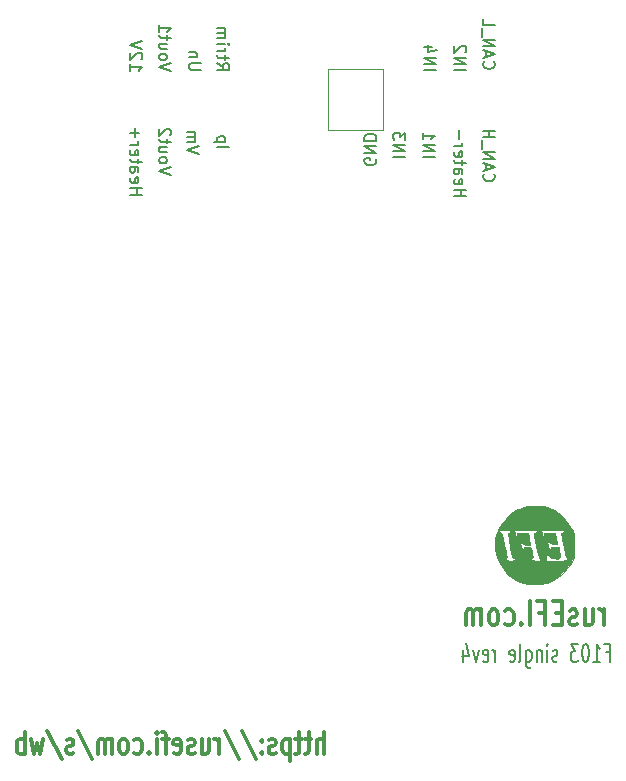
<source format=gbo>
G04 #@! TF.GenerationSoftware,KiCad,Pcbnew,(6.0.1)*
G04 #@! TF.CreationDate,2022-08-31T18:15:56+03:00*
G04 #@! TF.ProjectId,wideband_controller,77696465-6261-46e6-945f-636f6e74726f,rev?*
G04 #@! TF.SameCoordinates,PX5d42830PY713e7a8*
G04 #@! TF.FileFunction,Legend,Bot*
G04 #@! TF.FilePolarity,Positive*
%FSLAX46Y46*%
G04 Gerber Fmt 4.6, Leading zero omitted, Abs format (unit mm)*
G04 Created by KiCad (PCBNEW (6.0.1)) date 2022-08-31 18:15:56*
%MOMM*%
%LPD*%
G01*
G04 APERTURE LIST*
%ADD10C,0.120000*%
%ADD11C,0.200000*%
%ADD12C,0.150000*%
%ADD13C,0.300000*%
%ADD14C,0.304800*%
%ADD15C,0.002540*%
%ADD16O,1.798000X1.798000*%
%ADD17C,1.148000*%
%ADD18C,1.089000*%
G04 APERTURE END LIST*
D10*
X35306000Y60325000D02*
X30607000Y60325000D01*
X30607000Y55118000D02*
X35306000Y55118000D01*
X35306000Y55118000D02*
X35306000Y60325000D01*
X30607000Y60325000D02*
X30607000Y55118000D01*
D11*
X54140952Y10902143D02*
X54474285Y10902143D01*
X54474285Y10116429D02*
X54474285Y11616429D01*
X53998095Y11616429D01*
X53093333Y10116429D02*
X53664761Y10116429D01*
X53379047Y10116429D02*
X53379047Y11616429D01*
X53474285Y11402143D01*
X53569523Y11259286D01*
X53664761Y11187858D01*
X52474285Y11616429D02*
X52379047Y11616429D01*
X52283809Y11545000D01*
X52236190Y11473572D01*
X52188571Y11330715D01*
X52140952Y11045000D01*
X52140952Y10687858D01*
X52188571Y10402143D01*
X52236190Y10259286D01*
X52283809Y10187858D01*
X52379047Y10116429D01*
X52474285Y10116429D01*
X52569523Y10187858D01*
X52617142Y10259286D01*
X52664761Y10402143D01*
X52712380Y10687858D01*
X52712380Y11045000D01*
X52664761Y11330715D01*
X52617142Y11473572D01*
X52569523Y11545000D01*
X52474285Y11616429D01*
X51807619Y11616429D02*
X51188571Y11616429D01*
X51521904Y11045000D01*
X51379047Y11045000D01*
X51283809Y10973572D01*
X51236190Y10902143D01*
X51188571Y10759286D01*
X51188571Y10402143D01*
X51236190Y10259286D01*
X51283809Y10187858D01*
X51379047Y10116429D01*
X51664761Y10116429D01*
X51760000Y10187858D01*
X51807619Y10259286D01*
X50045714Y10187858D02*
X49950476Y10116429D01*
X49760000Y10116429D01*
X49664761Y10187858D01*
X49617142Y10330715D01*
X49617142Y10402143D01*
X49664761Y10545000D01*
X49760000Y10616429D01*
X49902857Y10616429D01*
X49998095Y10687858D01*
X50045714Y10830715D01*
X50045714Y10902143D01*
X49998095Y11045000D01*
X49902857Y11116429D01*
X49760000Y11116429D01*
X49664761Y11045000D01*
X49188571Y10116429D02*
X49188571Y11116429D01*
X49188571Y11616429D02*
X49236190Y11545000D01*
X49188571Y11473572D01*
X49140952Y11545000D01*
X49188571Y11616429D01*
X49188571Y11473572D01*
X48712380Y11116429D02*
X48712380Y10116429D01*
X48712380Y10973572D02*
X48664761Y11045000D01*
X48569523Y11116429D01*
X48426666Y11116429D01*
X48331428Y11045000D01*
X48283809Y10902143D01*
X48283809Y10116429D01*
X47379047Y11116429D02*
X47379047Y9902143D01*
X47426666Y9759286D01*
X47474285Y9687858D01*
X47569523Y9616429D01*
X47712380Y9616429D01*
X47807619Y9687858D01*
X47379047Y10187858D02*
X47474285Y10116429D01*
X47664761Y10116429D01*
X47760000Y10187858D01*
X47807619Y10259286D01*
X47855238Y10402143D01*
X47855238Y10830715D01*
X47807619Y10973572D01*
X47760000Y11045000D01*
X47664761Y11116429D01*
X47474285Y11116429D01*
X47379047Y11045000D01*
X46760000Y10116429D02*
X46855238Y10187858D01*
X46902857Y10330715D01*
X46902857Y11616429D01*
X45998095Y10187858D02*
X46093333Y10116429D01*
X46283809Y10116429D01*
X46379047Y10187858D01*
X46426666Y10330715D01*
X46426666Y10902143D01*
X46379047Y11045000D01*
X46283809Y11116429D01*
X46093333Y11116429D01*
X45998095Y11045000D01*
X45950476Y10902143D01*
X45950476Y10759286D01*
X46426666Y10616429D01*
X44760000Y10116429D02*
X44760000Y11116429D01*
X44760000Y10830715D02*
X44712380Y10973572D01*
X44664761Y11045000D01*
X44569523Y11116429D01*
X44474285Y11116429D01*
X43760000Y10187858D02*
X43855238Y10116429D01*
X44045714Y10116429D01*
X44140952Y10187858D01*
X44188571Y10330715D01*
X44188571Y10902143D01*
X44140952Y11045000D01*
X44045714Y11116429D01*
X43855238Y11116429D01*
X43760000Y11045000D01*
X43712380Y10902143D01*
X43712380Y10759286D01*
X44188571Y10616429D01*
X43379047Y11116429D02*
X43140952Y10116429D01*
X42902857Y11116429D01*
X42093333Y11116429D02*
X42093333Y10116429D01*
X42331428Y11687858D02*
X42569523Y10616429D01*
X41950476Y10616429D01*
D12*
X34663000Y52705096D02*
X34710619Y52609858D01*
X34710619Y52467000D01*
X34663000Y52324143D01*
X34567761Y52228905D01*
X34472523Y52181286D01*
X34282047Y52133667D01*
X34139190Y52133667D01*
X33948714Y52181286D01*
X33853476Y52228905D01*
X33758238Y52324143D01*
X33710619Y52467000D01*
X33710619Y52562239D01*
X33758238Y52705096D01*
X33805857Y52752715D01*
X34139190Y52752715D01*
X34139190Y52562239D01*
X33710619Y53181286D02*
X34710619Y53181286D01*
X33710619Y53752715D01*
X34710619Y53752715D01*
X33710619Y54228905D02*
X34710619Y54228905D01*
X34710619Y54467000D01*
X34663000Y54609858D01*
X34567761Y54705096D01*
X34472523Y54752715D01*
X34282047Y54800334D01*
X34139190Y54800334D01*
X33948714Y54752715D01*
X33853476Y54705096D01*
X33758238Y54609858D01*
X33710619Y54467000D01*
X33710619Y54228905D01*
X43838857Y60928429D02*
X43791238Y60880810D01*
X43743619Y60737953D01*
X43743619Y60642715D01*
X43791238Y60499858D01*
X43886476Y60404620D01*
X43981714Y60357000D01*
X44172190Y60309381D01*
X44315047Y60309381D01*
X44505523Y60357000D01*
X44600761Y60404620D01*
X44696000Y60499858D01*
X44743619Y60642715D01*
X44743619Y60737953D01*
X44696000Y60880810D01*
X44648380Y60928429D01*
X44029333Y61309381D02*
X44029333Y61785572D01*
X43743619Y61214143D02*
X44743619Y61547477D01*
X43743619Y61880810D01*
X43743619Y62214143D02*
X44743619Y62214143D01*
X43743619Y62785572D01*
X44743619Y62785572D01*
X43648380Y63023667D02*
X43648380Y63785572D01*
X43743619Y64499858D02*
X43743619Y64023667D01*
X44743619Y64023667D01*
X17311619Y60103000D02*
X16311619Y60436334D01*
X17311619Y60769667D01*
X16311619Y61245858D02*
X16359238Y61150620D01*
X16406857Y61103000D01*
X16502095Y61055381D01*
X16787809Y61055381D01*
X16883047Y61103000D01*
X16930666Y61150620D01*
X16978285Y61245858D01*
X16978285Y61388715D01*
X16930666Y61483953D01*
X16883047Y61531572D01*
X16787809Y61579191D01*
X16502095Y61579191D01*
X16406857Y61531572D01*
X16359238Y61483953D01*
X16311619Y61388715D01*
X16311619Y61245858D01*
X16978285Y62436334D02*
X16311619Y62436334D01*
X16978285Y62007762D02*
X16454476Y62007762D01*
X16359238Y62055381D01*
X16311619Y62150620D01*
X16311619Y62293477D01*
X16359238Y62388715D01*
X16406857Y62436334D01*
X16978285Y62769667D02*
X16978285Y63150620D01*
X17311619Y62912524D02*
X16454476Y62912524D01*
X16359238Y62960143D01*
X16311619Y63055381D01*
X16311619Y63150620D01*
X16311619Y64007762D02*
X16311619Y63436334D01*
X16311619Y63722048D02*
X17311619Y63722048D01*
X17168761Y63626810D01*
X17073523Y63531572D01*
X17025904Y63436334D01*
X38663619Y52848000D02*
X39663619Y52848000D01*
X38663619Y53324191D02*
X39663619Y53324191D01*
X38663619Y53895620D01*
X39663619Y53895620D01*
X38663619Y54895620D02*
X38663619Y54324191D01*
X38663619Y54609905D02*
X39663619Y54609905D01*
X39520761Y54514667D01*
X39425523Y54419429D01*
X39377904Y54324191D01*
X13898619Y60721953D02*
X13898619Y60150524D01*
X13898619Y60436239D02*
X14898619Y60436239D01*
X14755761Y60341000D01*
X14660523Y60245762D01*
X14612904Y60150524D01*
X14803380Y61102905D02*
X14851000Y61150524D01*
X14898619Y61245762D01*
X14898619Y61483858D01*
X14851000Y61579096D01*
X14803380Y61626715D01*
X14708142Y61674334D01*
X14612904Y61674334D01*
X14470047Y61626715D01*
X13898619Y61055286D01*
X13898619Y61674334D01*
X14898619Y61960048D02*
X13898619Y62293381D01*
X14898619Y62626715D01*
X21264619Y60785524D02*
X21740809Y60452191D01*
X21264619Y60214096D02*
X22264619Y60214096D01*
X22264619Y60595048D01*
X22217000Y60690286D01*
X22169380Y60737905D01*
X22074142Y60785524D01*
X21931285Y60785524D01*
X21836047Y60737905D01*
X21788428Y60690286D01*
X21740809Y60595048D01*
X21740809Y60214096D01*
X21931285Y61071239D02*
X21931285Y61452191D01*
X22264619Y61214096D02*
X21407476Y61214096D01*
X21312238Y61261715D01*
X21264619Y61356953D01*
X21264619Y61452191D01*
X21264619Y61785524D02*
X21931285Y61785524D01*
X21740809Y61785524D02*
X21836047Y61833143D01*
X21883666Y61880762D01*
X21931285Y61976000D01*
X21931285Y62071239D01*
X21264619Y62404572D02*
X21931285Y62404572D01*
X22264619Y62404572D02*
X22217000Y62356953D01*
X22169380Y62404572D01*
X22217000Y62452191D01*
X22264619Y62404572D01*
X22169380Y62404572D01*
X21264619Y62880762D02*
X21931285Y62880762D01*
X21836047Y62880762D02*
X21883666Y62928381D01*
X21931285Y63023620D01*
X21931285Y63166477D01*
X21883666Y63261715D01*
X21788428Y63309334D01*
X21264619Y63309334D01*
X21788428Y63309334D02*
X21883666Y63356953D01*
X21931285Y63452191D01*
X21931285Y63595048D01*
X21883666Y63690286D01*
X21788428Y63737905D01*
X21264619Y63737905D01*
X41330619Y60214000D02*
X42330619Y60214000D01*
X41330619Y60690191D02*
X42330619Y60690191D01*
X41330619Y61261620D01*
X42330619Y61261620D01*
X42235380Y61690191D02*
X42283000Y61737810D01*
X42330619Y61833048D01*
X42330619Y62071143D01*
X42283000Y62166381D01*
X42235380Y62214000D01*
X42140142Y62261620D01*
X42044904Y62261620D01*
X41902047Y62214000D01*
X41330619Y61642572D01*
X41330619Y62261620D01*
X41330619Y49514477D02*
X42330619Y49514477D01*
X41854428Y49514477D02*
X41854428Y50085905D01*
X41330619Y50085905D02*
X42330619Y50085905D01*
X41378238Y50943048D02*
X41330619Y50847810D01*
X41330619Y50657334D01*
X41378238Y50562096D01*
X41473476Y50514477D01*
X41854428Y50514477D01*
X41949666Y50562096D01*
X41997285Y50657334D01*
X41997285Y50847810D01*
X41949666Y50943048D01*
X41854428Y50990667D01*
X41759190Y50990667D01*
X41663952Y50514477D01*
X41330619Y51847810D02*
X41854428Y51847810D01*
X41949666Y51800191D01*
X41997285Y51704953D01*
X41997285Y51514477D01*
X41949666Y51419239D01*
X41378238Y51847810D02*
X41330619Y51752572D01*
X41330619Y51514477D01*
X41378238Y51419239D01*
X41473476Y51371620D01*
X41568714Y51371620D01*
X41663952Y51419239D01*
X41711571Y51514477D01*
X41711571Y51752572D01*
X41759190Y51847810D01*
X41997285Y52181143D02*
X41997285Y52562096D01*
X42330619Y52324000D02*
X41473476Y52324000D01*
X41378238Y52371620D01*
X41330619Y52466858D01*
X41330619Y52562096D01*
X41378238Y53276381D02*
X41330619Y53181143D01*
X41330619Y52990667D01*
X41378238Y52895429D01*
X41473476Y52847810D01*
X41854428Y52847810D01*
X41949666Y52895429D01*
X41997285Y52990667D01*
X41997285Y53181143D01*
X41949666Y53276381D01*
X41854428Y53324000D01*
X41759190Y53324000D01*
X41663952Y52847810D01*
X41330619Y53752572D02*
X41997285Y53752572D01*
X41806809Y53752572D02*
X41902047Y53800191D01*
X41949666Y53847810D01*
X41997285Y53943048D01*
X41997285Y54038286D01*
X41711571Y54371620D02*
X41711571Y55133524D01*
D13*
X30266666Y2335715D02*
X30266666Y4135715D01*
X29666666Y2335715D02*
X29666666Y3278572D01*
X29733333Y3450000D01*
X29866666Y3535715D01*
X30066666Y3535715D01*
X30200000Y3450000D01*
X30266666Y3364286D01*
X29200000Y3535715D02*
X28666666Y3535715D01*
X29000000Y4135715D02*
X29000000Y2592858D01*
X28933333Y2421429D01*
X28800000Y2335715D01*
X28666666Y2335715D01*
X28400000Y3535715D02*
X27866666Y3535715D01*
X28200000Y4135715D02*
X28200000Y2592858D01*
X28133333Y2421429D01*
X28000000Y2335715D01*
X27866666Y2335715D01*
X27400000Y3535715D02*
X27400000Y1735715D01*
X27400000Y3450000D02*
X27266666Y3535715D01*
X27000000Y3535715D01*
X26866666Y3450000D01*
X26800000Y3364286D01*
X26733333Y3192858D01*
X26733333Y2678572D01*
X26800000Y2507143D01*
X26866666Y2421429D01*
X27000000Y2335715D01*
X27266666Y2335715D01*
X27400000Y2421429D01*
X26200000Y2421429D02*
X26066666Y2335715D01*
X25800000Y2335715D01*
X25666666Y2421429D01*
X25600000Y2592858D01*
X25600000Y2678572D01*
X25666666Y2850000D01*
X25800000Y2935715D01*
X26000000Y2935715D01*
X26133333Y3021429D01*
X26200000Y3192858D01*
X26200000Y3278572D01*
X26133333Y3450000D01*
X26000000Y3535715D01*
X25800000Y3535715D01*
X25666666Y3450000D01*
X25000000Y2507143D02*
X24933333Y2421429D01*
X25000000Y2335715D01*
X25066666Y2421429D01*
X25000000Y2507143D01*
X25000000Y2335715D01*
X25000000Y3450000D02*
X24933333Y3364286D01*
X25000000Y3278572D01*
X25066666Y3364286D01*
X25000000Y3450000D01*
X25000000Y3278572D01*
X23333333Y4221429D02*
X24533333Y1907143D01*
X21866666Y4221429D02*
X23066666Y1907143D01*
X21400000Y2335715D02*
X21400000Y3535715D01*
X21400000Y3192858D02*
X21333333Y3364286D01*
X21266666Y3450000D01*
X21133333Y3535715D01*
X21000000Y3535715D01*
X19933333Y3535715D02*
X19933333Y2335715D01*
X20533333Y3535715D02*
X20533333Y2592858D01*
X20466666Y2421429D01*
X20333333Y2335715D01*
X20133333Y2335715D01*
X20000000Y2421429D01*
X19933333Y2507143D01*
X19333333Y2421429D02*
X19200000Y2335715D01*
X18933333Y2335715D01*
X18800000Y2421429D01*
X18733333Y2592858D01*
X18733333Y2678572D01*
X18800000Y2850000D01*
X18933333Y2935715D01*
X19133333Y2935715D01*
X19266666Y3021429D01*
X19333333Y3192858D01*
X19333333Y3278572D01*
X19266666Y3450000D01*
X19133333Y3535715D01*
X18933333Y3535715D01*
X18800000Y3450000D01*
X17600000Y2421429D02*
X17733333Y2335715D01*
X18000000Y2335715D01*
X18133333Y2421429D01*
X18200000Y2592858D01*
X18200000Y3278572D01*
X18133333Y3450000D01*
X18000000Y3535715D01*
X17733333Y3535715D01*
X17600000Y3450000D01*
X17533333Y3278572D01*
X17533333Y3107143D01*
X18200000Y2935715D01*
X17133333Y3535715D02*
X16600000Y3535715D01*
X16933333Y2335715D02*
X16933333Y3878572D01*
X16866666Y4050000D01*
X16733333Y4135715D01*
X16600000Y4135715D01*
X16133333Y2335715D02*
X16133333Y3535715D01*
X16133333Y4135715D02*
X16200000Y4050000D01*
X16133333Y3964286D01*
X16066666Y4050000D01*
X16133333Y4135715D01*
X16133333Y3964286D01*
X15466666Y2507143D02*
X15400000Y2421429D01*
X15466666Y2335715D01*
X15533333Y2421429D01*
X15466666Y2507143D01*
X15466666Y2335715D01*
X14200000Y2421429D02*
X14333333Y2335715D01*
X14600000Y2335715D01*
X14733333Y2421429D01*
X14800000Y2507143D01*
X14866666Y2678572D01*
X14866666Y3192858D01*
X14800000Y3364286D01*
X14733333Y3450000D01*
X14600000Y3535715D01*
X14333333Y3535715D01*
X14200000Y3450000D01*
X13400000Y2335715D02*
X13533333Y2421429D01*
X13600000Y2507143D01*
X13666666Y2678572D01*
X13666666Y3192858D01*
X13600000Y3364286D01*
X13533333Y3450000D01*
X13400000Y3535715D01*
X13200000Y3535715D01*
X13066666Y3450000D01*
X13000000Y3364286D01*
X12933333Y3192858D01*
X12933333Y2678572D01*
X13000000Y2507143D01*
X13066666Y2421429D01*
X13200000Y2335715D01*
X13400000Y2335715D01*
X12333333Y2335715D02*
X12333333Y3535715D01*
X12333333Y3364286D02*
X12266666Y3450000D01*
X12133333Y3535715D01*
X11933333Y3535715D01*
X11800000Y3450000D01*
X11733333Y3278572D01*
X11733333Y2335715D01*
X11733333Y3278572D02*
X11666666Y3450000D01*
X11533333Y3535715D01*
X11333333Y3535715D01*
X11200000Y3450000D01*
X11133333Y3278572D01*
X11133333Y2335715D01*
X9466666Y4221429D02*
X10666666Y1907143D01*
X9066666Y2421429D02*
X8933333Y2335715D01*
X8666666Y2335715D01*
X8533333Y2421429D01*
X8466666Y2592858D01*
X8466666Y2678572D01*
X8533333Y2850000D01*
X8666666Y2935715D01*
X8866666Y2935715D01*
X9000000Y3021429D01*
X9066666Y3192858D01*
X9066666Y3278572D01*
X9000000Y3450000D01*
X8866666Y3535715D01*
X8666666Y3535715D01*
X8533333Y3450000D01*
X6866666Y4221429D02*
X8066666Y1907143D01*
X6533333Y3535715D02*
X6266666Y2335715D01*
X6000000Y3192858D01*
X5733333Y2335715D01*
X5466666Y3535715D01*
X4933333Y2335715D02*
X4933333Y4135715D01*
X4933333Y3450000D02*
X4800000Y3535715D01*
X4533333Y3535715D01*
X4400000Y3450000D01*
X4333333Y3364286D01*
X4266666Y3192858D01*
X4266666Y2678572D01*
X4333333Y2507143D01*
X4400000Y2421429D01*
X4533333Y2335715D01*
X4800000Y2335715D01*
X4933333Y2421429D01*
D12*
X17311619Y51340000D02*
X16311619Y51673334D01*
X17311619Y52006667D01*
X16311619Y52482858D02*
X16359238Y52387620D01*
X16406857Y52340000D01*
X16502095Y52292381D01*
X16787809Y52292381D01*
X16883047Y52340000D01*
X16930666Y52387620D01*
X16978285Y52482858D01*
X16978285Y52625715D01*
X16930666Y52720953D01*
X16883047Y52768572D01*
X16787809Y52816191D01*
X16502095Y52816191D01*
X16406857Y52768572D01*
X16359238Y52720953D01*
X16311619Y52625715D01*
X16311619Y52482858D01*
X16978285Y53673334D02*
X16311619Y53673334D01*
X16978285Y53244762D02*
X16454476Y53244762D01*
X16359238Y53292381D01*
X16311619Y53387620D01*
X16311619Y53530477D01*
X16359238Y53625715D01*
X16406857Y53673334D01*
X16978285Y54006667D02*
X16978285Y54387620D01*
X17311619Y54149524D02*
X16454476Y54149524D01*
X16359238Y54197143D01*
X16311619Y54292381D01*
X16311619Y54387620D01*
X17216380Y54673334D02*
X17264000Y54720953D01*
X17311619Y54816191D01*
X17311619Y55054286D01*
X17264000Y55149524D01*
X17216380Y55197143D01*
X17121142Y55244762D01*
X17025904Y55244762D01*
X16883047Y55197143D01*
X16311619Y54625715D01*
X16311619Y55244762D01*
X13898619Y49641477D02*
X14898619Y49641477D01*
X14422428Y49641477D02*
X14422428Y50212905D01*
X13898619Y50212905D02*
X14898619Y50212905D01*
X13946238Y51070048D02*
X13898619Y50974810D01*
X13898619Y50784334D01*
X13946238Y50689096D01*
X14041476Y50641477D01*
X14422428Y50641477D01*
X14517666Y50689096D01*
X14565285Y50784334D01*
X14565285Y50974810D01*
X14517666Y51070048D01*
X14422428Y51117667D01*
X14327190Y51117667D01*
X14231952Y50641477D01*
X13898619Y51974810D02*
X14422428Y51974810D01*
X14517666Y51927191D01*
X14565285Y51831953D01*
X14565285Y51641477D01*
X14517666Y51546239D01*
X13946238Y51974810D02*
X13898619Y51879572D01*
X13898619Y51641477D01*
X13946238Y51546239D01*
X14041476Y51498620D01*
X14136714Y51498620D01*
X14231952Y51546239D01*
X14279571Y51641477D01*
X14279571Y51879572D01*
X14327190Y51974810D01*
X14565285Y52308143D02*
X14565285Y52689096D01*
X14898619Y52451000D02*
X14041476Y52451000D01*
X13946238Y52498620D01*
X13898619Y52593858D01*
X13898619Y52689096D01*
X13946238Y53403381D02*
X13898619Y53308143D01*
X13898619Y53117667D01*
X13946238Y53022429D01*
X14041476Y52974810D01*
X14422428Y52974810D01*
X14517666Y53022429D01*
X14565285Y53117667D01*
X14565285Y53308143D01*
X14517666Y53403381D01*
X14422428Y53451000D01*
X14327190Y53451000D01*
X14231952Y52974810D01*
X13898619Y53879572D02*
X14565285Y53879572D01*
X14374809Y53879572D02*
X14470047Y53927191D01*
X14517666Y53974810D01*
X14565285Y54070048D01*
X14565285Y54165286D01*
X14279571Y54498620D02*
X14279571Y55260524D01*
X13898619Y54879572D02*
X14660523Y54879572D01*
X19724619Y53102000D02*
X18724619Y53435334D01*
X19724619Y53768667D01*
X18724619Y54102000D02*
X19391285Y54102000D01*
X19296047Y54102000D02*
X19343666Y54149620D01*
X19391285Y54244858D01*
X19391285Y54387715D01*
X19343666Y54482953D01*
X19248428Y54530572D01*
X18724619Y54530572D01*
X19248428Y54530572D02*
X19343666Y54578191D01*
X19391285Y54673429D01*
X19391285Y54816286D01*
X19343666Y54911524D01*
X19248428Y54959143D01*
X18724619Y54959143D01*
X38790619Y60214000D02*
X39790619Y60214000D01*
X38790619Y60690191D02*
X39790619Y60690191D01*
X38790619Y61261620D01*
X39790619Y61261620D01*
X39457285Y62166381D02*
X38790619Y62166381D01*
X39838238Y61928286D02*
X39123952Y61690191D01*
X39123952Y62309239D01*
X21264619Y53649620D02*
X22264619Y53649620D01*
X21931285Y54125810D02*
X20931285Y54125810D01*
X21883666Y54125810D02*
X21931285Y54221048D01*
X21931285Y54411524D01*
X21883666Y54506762D01*
X21836047Y54554381D01*
X21740809Y54602000D01*
X21455095Y54602000D01*
X21359857Y54554381D01*
X21312238Y54506762D01*
X21264619Y54411524D01*
X21264619Y54221048D01*
X21312238Y54125810D01*
D14*
X53975000Y13177762D02*
X53975000Y14532429D01*
X53975000Y14145381D02*
X53902428Y14338905D01*
X53829857Y14435667D01*
X53684714Y14532429D01*
X53539571Y14532429D01*
X52378428Y14532429D02*
X52378428Y13177762D01*
X53031571Y14532429D02*
X53031571Y13468048D01*
X52959000Y13274524D01*
X52813857Y13177762D01*
X52596142Y13177762D01*
X52451000Y13274524D01*
X52378428Y13371286D01*
X51725285Y13274524D02*
X51580142Y13177762D01*
X51289857Y13177762D01*
X51144714Y13274524D01*
X51072142Y13468048D01*
X51072142Y13564810D01*
X51144714Y13758334D01*
X51289857Y13855096D01*
X51507571Y13855096D01*
X51652714Y13951858D01*
X51725285Y14145381D01*
X51725285Y14242143D01*
X51652714Y14435667D01*
X51507571Y14532429D01*
X51289857Y14532429D01*
X51144714Y14435667D01*
X50419000Y14242143D02*
X49911000Y14242143D01*
X49693285Y13177762D02*
X50419000Y13177762D01*
X50419000Y15209762D01*
X49693285Y15209762D01*
X48532142Y14242143D02*
X49040142Y14242143D01*
X49040142Y13177762D02*
X49040142Y15209762D01*
X48314428Y15209762D01*
X47733857Y13177762D02*
X47733857Y15209762D01*
X47008142Y13371286D02*
X46935571Y13274524D01*
X47008142Y13177762D01*
X47080714Y13274524D01*
X47008142Y13371286D01*
X47008142Y13177762D01*
X45629285Y13274524D02*
X45774428Y13177762D01*
X46064714Y13177762D01*
X46209857Y13274524D01*
X46282428Y13371286D01*
X46355000Y13564810D01*
X46355000Y14145381D01*
X46282428Y14338905D01*
X46209857Y14435667D01*
X46064714Y14532429D01*
X45774428Y14532429D01*
X45629285Y14435667D01*
X44758428Y13177762D02*
X44903571Y13274524D01*
X44976142Y13371286D01*
X45048714Y13564810D01*
X45048714Y14145381D01*
X44976142Y14338905D01*
X44903571Y14435667D01*
X44758428Y14532429D01*
X44540714Y14532429D01*
X44395571Y14435667D01*
X44323000Y14338905D01*
X44250428Y14145381D01*
X44250428Y13564810D01*
X44323000Y13371286D01*
X44395571Y13274524D01*
X44540714Y13177762D01*
X44758428Y13177762D01*
X43597285Y13177762D02*
X43597285Y14532429D01*
X43597285Y14338905D02*
X43524714Y14435667D01*
X43379571Y14532429D01*
X43161857Y14532429D01*
X43016714Y14435667D01*
X42944142Y14242143D01*
X42944142Y13177762D01*
X42944142Y14242143D02*
X42871571Y14435667D01*
X42726428Y14532429D01*
X42508714Y14532429D01*
X42363571Y14435667D01*
X42291000Y14242143D01*
X42291000Y13177762D01*
D12*
X19851619Y60221905D02*
X19042095Y60221905D01*
X18946857Y60269524D01*
X18899238Y60317143D01*
X18851619Y60412381D01*
X18851619Y60602858D01*
X18899238Y60698096D01*
X18946857Y60745715D01*
X19042095Y60793334D01*
X19851619Y60793334D01*
X19518285Y61269524D02*
X18851619Y61269524D01*
X19423047Y61269524D02*
X19470666Y61317143D01*
X19518285Y61412381D01*
X19518285Y61555239D01*
X19470666Y61650477D01*
X19375428Y61698096D01*
X18851619Y61698096D01*
X36123619Y52848000D02*
X37123619Y52848000D01*
X36123619Y53324191D02*
X37123619Y53324191D01*
X36123619Y53895620D01*
X37123619Y53895620D01*
X37123619Y54276572D02*
X37123619Y54895620D01*
X36742666Y54562286D01*
X36742666Y54705143D01*
X36695047Y54800381D01*
X36647428Y54848000D01*
X36552190Y54895620D01*
X36314095Y54895620D01*
X36218857Y54848000D01*
X36171238Y54800381D01*
X36123619Y54705143D01*
X36123619Y54419429D01*
X36171238Y54324191D01*
X36218857Y54276572D01*
X43838857Y51411381D02*
X43791238Y51363762D01*
X43743619Y51220905D01*
X43743619Y51125667D01*
X43791238Y50982810D01*
X43886476Y50887572D01*
X43981714Y50839953D01*
X44172190Y50792334D01*
X44315047Y50792334D01*
X44505523Y50839953D01*
X44600761Y50887572D01*
X44696000Y50982810D01*
X44743619Y51125667D01*
X44743619Y51220905D01*
X44696000Y51363762D01*
X44648380Y51411381D01*
X44029333Y51792334D02*
X44029333Y52268524D01*
X43743619Y51697096D02*
X44743619Y52030429D01*
X43743619Y52363762D01*
X43743619Y52697096D02*
X44743619Y52697096D01*
X43743619Y53268524D01*
X44743619Y53268524D01*
X43648380Y53506620D02*
X43648380Y54268524D01*
X43743619Y54506620D02*
X44743619Y54506620D01*
X44267428Y54506620D02*
X44267428Y55078048D01*
X43743619Y55078048D02*
X44743619Y55078048D01*
D15*
G04 #@! TO.C,G?*
X44780200Y20335240D02*
X44782740Y19639280D01*
X44782740Y19639280D02*
X44937680Y18948400D01*
X44937680Y18948400D02*
X45237400Y18295620D01*
X45237400Y18295620D02*
X45666660Y17719040D01*
X45666660Y17719040D02*
X45819060Y17561560D01*
X45819060Y17561560D02*
X46332140Y17145000D01*
X46332140Y17145000D02*
X46857920Y16868140D01*
X46857920Y16868140D02*
X47444660Y16713200D01*
X47444660Y16713200D02*
X48006000Y16664940D01*
X48006000Y16664940D02*
X48600360Y16670020D01*
X48600360Y16670020D02*
X49060100Y16738600D01*
X49060100Y16738600D02*
X49189640Y16774160D01*
X49189640Y16774160D02*
X49867820Y17076420D01*
X49867820Y17076420D02*
X50454560Y17520920D01*
X50454560Y17520920D02*
X50952400Y18107660D01*
X50952400Y18107660D02*
X51241960Y18592800D01*
X51241960Y18592800D02*
X51348640Y18811240D01*
X51348640Y18811240D02*
X51417220Y19009360D01*
X51417220Y19009360D02*
X51455320Y19230340D01*
X51455320Y19230340D02*
X51473100Y19519900D01*
X51473100Y19519900D02*
X51478180Y19928840D01*
X51478180Y19928840D02*
X51478180Y19982180D01*
X51478180Y19982180D02*
X51473100Y20406360D01*
X51473100Y20406360D02*
X51457860Y20711160D01*
X51457860Y20711160D02*
X51419760Y20942300D01*
X51419760Y20942300D02*
X51353720Y21150580D01*
X51353720Y21150580D02*
X51249580Y21381720D01*
X51249580Y21381720D02*
X51234340Y21407120D01*
X51234340Y21407120D02*
X50901600Y21935440D01*
X50901600Y21935440D02*
X50449480Y22433280D01*
X50449480Y22433280D02*
X49931320Y22844760D01*
X49931320Y22844760D02*
X49608740Y23032720D01*
X49608740Y23032720D02*
X49369980Y23141940D01*
X49369980Y23141940D02*
X49164240Y23215600D01*
X49164240Y23215600D02*
X48938180Y23256240D01*
X48938180Y23256240D02*
X48648620Y23276560D01*
X48648620Y23276560D02*
X48242220Y23281640D01*
X48242220Y23281640D02*
X48173640Y23281640D01*
X48173640Y23281640D02*
X47754540Y23279100D01*
X47754540Y23279100D02*
X47452280Y23263860D01*
X47452280Y23263860D02*
X47223680Y23228300D01*
X47223680Y23228300D02*
X47015400Y23162260D01*
X47015400Y23162260D02*
X46779180Y23055580D01*
X46779180Y23055580D02*
X46692820Y23012400D01*
X46692820Y23012400D02*
X46156880Y22674580D01*
X46156880Y22674580D02*
X45653960Y22227540D01*
X45653960Y22227540D02*
X45245020Y21722080D01*
X45245020Y21722080D02*
X45176440Y21610320D01*
X45176440Y21610320D02*
X44985940Y21292820D01*
X44985940Y21292820D02*
X45493940Y21292820D01*
X45493940Y21292820D02*
X45806360Y21280120D01*
X45806360Y21280120D02*
X45984160Y21234400D01*
X45984160Y21234400D02*
X46047660Y21168360D01*
X46047660Y21168360D02*
X46032420Y21059140D01*
X46032420Y21059140D02*
X45961300Y21041360D01*
X45961300Y21041360D02*
X45869860Y20998180D01*
X45869860Y20998180D02*
X45867320Y20845780D01*
X45867320Y20845780D02*
X45874940Y20807680D01*
X45874940Y20807680D02*
X45910500Y20624800D01*
X45910500Y20624800D02*
X45963840Y20325080D01*
X45963840Y20325080D02*
X46032420Y19956780D01*
X46032420Y19956780D02*
X46070520Y19735800D01*
X46070520Y19735800D02*
X46149260Y19334480D01*
X46149260Y19334480D02*
X46217840Y19072860D01*
X46217840Y19072860D02*
X46286420Y18923000D01*
X46286420Y18923000D02*
X46362620Y18862040D01*
X46362620Y18862040D02*
X46372780Y18859500D01*
X46372780Y18859500D02*
X46385480Y18854420D01*
X46385480Y18854420D02*
X46385480Y21292820D01*
X46385480Y21292820D02*
X47343060Y21292820D01*
X47343060Y21292820D02*
X47767240Y21290280D01*
X47767240Y21290280D02*
X48049180Y21277580D01*
X48049180Y21277580D02*
X48214280Y21252180D01*
X48214280Y21252180D02*
X48287940Y21211540D01*
X48287940Y21211540D02*
X48303180Y21165820D01*
X48303180Y21165820D02*
X48234600Y21054060D01*
X48234600Y21054060D02*
X48176180Y21038820D01*
X48176180Y21038820D02*
X48117760Y21043900D01*
X48117760Y21043900D02*
X48079660Y21036280D01*
X48079660Y21036280D02*
X48064420Y20993100D01*
X48064420Y20993100D02*
X48072040Y20888960D01*
X48072040Y20888960D02*
X48107600Y20693380D01*
X48107600Y20693380D02*
X48168560Y20386040D01*
X48168560Y20386040D02*
X48260000Y19939000D01*
X48260000Y19939000D02*
X48341280Y19542760D01*
X48341280Y19542760D02*
X48407320Y19210020D01*
X48407320Y19210020D02*
X48453040Y18976340D01*
X48453040Y18976340D02*
X48470820Y18872200D01*
X48470820Y18872200D02*
X48470820Y18869660D01*
X48470820Y18869660D02*
X48541940Y18841720D01*
X48541940Y18841720D02*
X48597820Y18839180D01*
X48597820Y18839180D02*
X48671480Y18811240D01*
X48671480Y18811240D02*
X48671480Y21292820D01*
X48671480Y21292820D02*
X49629060Y21292820D01*
X49629060Y21292820D02*
X50053240Y21290280D01*
X50053240Y21290280D02*
X50335180Y21277580D01*
X50335180Y21277580D02*
X50500280Y21252180D01*
X50500280Y21252180D02*
X50573940Y21211540D01*
X50573940Y21211540D02*
X50589180Y21165820D01*
X50589180Y21165820D02*
X50520600Y21056600D01*
X50520600Y21056600D02*
X50457100Y21038820D01*
X50457100Y21038820D02*
X50360580Y20982940D01*
X50360580Y20982940D02*
X50365660Y20891500D01*
X50365660Y20891500D02*
X50398680Y20751800D01*
X50398680Y20751800D02*
X50457100Y20485100D01*
X50457100Y20485100D02*
X50528220Y20134580D01*
X50528220Y20134580D02*
X50596800Y19791680D01*
X50596800Y19791680D02*
X50698400Y19314160D01*
X50698400Y19314160D02*
X50789840Y18999200D01*
X50789840Y18999200D02*
X50866040Y18851880D01*
X50866040Y18851880D02*
X50891440Y18839180D01*
X50891440Y18839180D02*
X51031140Y18780760D01*
X51031140Y18780760D02*
X51054000Y18752820D01*
X51054000Y18752820D02*
X50998120Y18714720D01*
X50998120Y18714720D02*
X50782220Y18686780D01*
X50782220Y18686780D02*
X50411380Y18671540D01*
X50411380Y18671540D02*
X50086260Y18669000D01*
X50086260Y18669000D02*
X49065180Y18669000D01*
X49065180Y18669000D02*
X49065180Y18923000D01*
X49065180Y18923000D02*
X49103280Y19126200D01*
X49103280Y19126200D02*
X49192180Y19177000D01*
X49192180Y19177000D02*
X49303940Y19113500D01*
X49303940Y19113500D02*
X49319180Y19057620D01*
X49319180Y19057620D02*
X49392840Y18989040D01*
X49392840Y18989040D02*
X49578260Y18920460D01*
X49578260Y18920460D02*
X49811940Y18867120D01*
X49811940Y18867120D02*
X50038000Y18839180D01*
X50038000Y18839180D02*
X50195480Y18851880D01*
X50195480Y18851880D02*
X50223420Y18869660D01*
X50223420Y18869660D02*
X50238660Y18971260D01*
X50238660Y18971260D02*
X50231040Y19189700D01*
X50231040Y19189700D02*
X50210720Y19385280D01*
X50210720Y19385280D02*
X50152300Y19855180D01*
X50152300Y19855180D02*
X49819560Y19855180D01*
X49819560Y19855180D02*
X49611280Y19834860D01*
X49611280Y19834860D02*
X49494440Y19781520D01*
X49494440Y19781520D02*
X49486820Y19763740D01*
X49486820Y19763740D02*
X49453800Y19679920D01*
X49453800Y19679920D02*
X49377600Y19715480D01*
X49377600Y19715480D02*
X49288700Y19834860D01*
X49288700Y19834860D02*
X49225200Y20007580D01*
X49225200Y20007580D02*
X49225200Y20010120D01*
X49225200Y20010120D02*
X49207420Y20203160D01*
X49207420Y20203160D02*
X49263300Y20276820D01*
X49263300Y20276820D02*
X49286160Y20276820D01*
X49286160Y20276820D02*
X49392840Y20228560D01*
X49392840Y20228560D02*
X49403000Y20193000D01*
X49403000Y20193000D02*
X49479200Y20139660D01*
X49479200Y20139660D02*
X49664620Y20109180D01*
X49664620Y20109180D02*
X49728120Y20109180D01*
X49728120Y20109180D02*
X50050700Y20109180D01*
X50050700Y20109180D02*
X49966880Y20574000D01*
X49966880Y20574000D02*
X49883060Y21041360D01*
X49883060Y21041360D02*
X49380140Y21038820D01*
X49380140Y21038820D02*
X49098200Y21033740D01*
X49098200Y21033740D02*
X48953420Y21005800D01*
X48953420Y21005800D02*
X48917860Y20947380D01*
X48917860Y20947380D02*
X48925480Y20911820D01*
X48925480Y20911820D02*
X48915320Y20802600D01*
X48915320Y20802600D02*
X48859440Y20784820D01*
X48859440Y20784820D02*
X48768000Y20861020D01*
X48768000Y20861020D02*
X48709580Y21036280D01*
X48709580Y21036280D02*
X48707040Y21038820D01*
X48707040Y21038820D02*
X48671480Y21292820D01*
X48671480Y21292820D02*
X48671480Y18811240D01*
X48671480Y18811240D02*
X48712120Y18793460D01*
X48712120Y18793460D02*
X48724820Y18752820D01*
X48724820Y18752820D02*
X48648620Y18709640D01*
X48648620Y18709640D02*
X48447960Y18679160D01*
X48447960Y18679160D02*
X48216820Y18669000D01*
X48216820Y18669000D02*
X47947580Y18681700D01*
X47947580Y18681700D02*
X47764700Y18714720D01*
X47764700Y18714720D02*
X47708820Y18752820D01*
X47708820Y18752820D02*
X47779940Y18826480D01*
X47779940Y18826480D02*
X47845980Y18839180D01*
X47845980Y18839180D02*
X47927260Y18864580D01*
X47927260Y18864580D02*
X47952660Y18971260D01*
X47952660Y18971260D02*
X47929800Y19197320D01*
X47929800Y19197320D02*
X47924720Y19230340D01*
X47924720Y19230340D02*
X47879000Y19491960D01*
X47879000Y19491960D02*
X47835820Y19690080D01*
X47835820Y19690080D02*
X47820580Y19738340D01*
X47820580Y19738340D02*
X47724060Y19809460D01*
X47724060Y19809460D02*
X47548800Y19850100D01*
X47548800Y19850100D02*
X47358300Y19850100D01*
X47358300Y19850100D02*
X47226220Y19812000D01*
X47226220Y19812000D02*
X47200820Y19768820D01*
X47200820Y19768820D02*
X47160180Y19679920D01*
X47160180Y19679920D02*
X47066200Y19697700D01*
X47066200Y19697700D02*
X46967140Y19801840D01*
X46967140Y19801840D02*
X46923960Y19918680D01*
X46923960Y19918680D02*
X46903640Y20132040D01*
X46903640Y20132040D02*
X46954440Y20193000D01*
X46954440Y20193000D02*
X47050960Y20124420D01*
X47050960Y20124420D02*
X47200820Y20055840D01*
X47200820Y20055840D02*
X47424340Y20025360D01*
X47424340Y20025360D02*
X47442120Y20022820D01*
X47442120Y20022820D02*
X47731680Y20022820D01*
X47731680Y20022820D02*
X47673260Y20464780D01*
X47673260Y20464780D02*
X47632620Y20726400D01*
X47632620Y20726400D02*
X47591980Y20916900D01*
X47591980Y20916900D02*
X47574200Y20972780D01*
X47574200Y20972780D02*
X47472600Y21008340D01*
X47472600Y21008340D02*
X47254160Y21033740D01*
X47254160Y21033740D02*
X47061120Y21038820D01*
X47061120Y21038820D02*
X46791880Y21031200D01*
X46791880Y21031200D02*
X46659800Y21000720D01*
X46659800Y21000720D02*
X46631860Y20939760D01*
X46631860Y20939760D02*
X46639480Y20914360D01*
X46639480Y20914360D02*
X46629320Y20802600D01*
X46629320Y20802600D02*
X46573440Y20784820D01*
X46573440Y20784820D02*
X46482000Y20861020D01*
X46482000Y20861020D02*
X46423580Y21036280D01*
X46423580Y21036280D02*
X46421040Y21038820D01*
X46421040Y21038820D02*
X46385480Y21292820D01*
X46385480Y21292820D02*
X46385480Y18854420D01*
X46385480Y18854420D02*
X46517560Y18798540D01*
X46517560Y18798540D02*
X46509940Y18740120D01*
X46509940Y18740120D02*
X46370240Y18694400D01*
X46370240Y18694400D02*
X46113700Y18671540D01*
X46113700Y18671540D02*
X46017180Y18669000D01*
X46017180Y18669000D02*
X45745400Y18681700D01*
X45745400Y18681700D02*
X45562520Y18714720D01*
X45562520Y18714720D02*
X45509180Y18752820D01*
X45509180Y18752820D02*
X45577760Y18829020D01*
X45577760Y18829020D02*
X45636180Y18839180D01*
X45636180Y18839180D02*
X45697140Y18844260D01*
X45697140Y18844260D02*
X45735240Y18874740D01*
X45735240Y18874740D02*
X45745400Y18956020D01*
X45745400Y18956020D02*
X45730160Y19116040D01*
X45730160Y19116040D02*
X45686980Y19377660D01*
X45686980Y19377660D02*
X45610780Y19766280D01*
X45610780Y19766280D02*
X45559980Y20020280D01*
X45559980Y20020280D02*
X45455840Y20502880D01*
X45455840Y20502880D02*
X45359320Y20833080D01*
X45359320Y20833080D02*
X45278040Y21003260D01*
X45278040Y21003260D02*
X45247560Y21026120D01*
X45247560Y21026120D02*
X45100240Y21120100D01*
X45100240Y21120100D02*
X45069760Y21155660D01*
X45069760Y21155660D02*
X45006260Y21163280D01*
X45006260Y21163280D02*
X44932600Y21031200D01*
X44932600Y21031200D02*
X44858940Y20789900D01*
X44858940Y20789900D02*
X44797980Y20472400D01*
X44797980Y20472400D02*
X44780200Y20335240D01*
X44780200Y20335240D02*
X44780200Y20335240D01*
G36*
X46362620Y18862040D02*
G01*
X46286420Y18923000D01*
X46217840Y19072860D01*
X46149260Y19334480D01*
X46070520Y19735800D01*
X46032420Y19956780D01*
X45963840Y20325080D01*
X45910500Y20624800D01*
X45874940Y20807680D01*
X45867320Y20845780D01*
X45869860Y20998180D01*
X45961300Y21041360D01*
X46032420Y21059140D01*
X46047660Y21168360D01*
X45984160Y21234400D01*
X45806360Y21280120D01*
X45493940Y21292820D01*
X46385480Y21292820D01*
X46421040Y21038820D01*
X46423580Y21036280D01*
X46482000Y20861020D01*
X46573440Y20784820D01*
X46629320Y20802600D01*
X46639480Y20914360D01*
X46631860Y20939760D01*
X46659800Y21000720D01*
X46791880Y21031200D01*
X47061120Y21038820D01*
X47254160Y21033740D01*
X47472600Y21008340D01*
X47574200Y20972780D01*
X47591980Y20916900D01*
X47632620Y20726400D01*
X47673260Y20464780D01*
X47731680Y20022820D01*
X47442120Y20022820D01*
X47424340Y20025360D01*
X47200820Y20055840D01*
X47050960Y20124420D01*
X46954440Y20193000D01*
X46903640Y20132040D01*
X46923960Y19918680D01*
X46967140Y19801840D01*
X47066200Y19697700D01*
X47160180Y19679920D01*
X47200820Y19768820D01*
X47226220Y19812000D01*
X47358300Y19850100D01*
X47548800Y19850100D01*
X47724060Y19809460D01*
X47820580Y19738340D01*
X47835820Y19690080D01*
X47879000Y19491960D01*
X47924720Y19230340D01*
X47929800Y19197320D01*
X47952660Y18971260D01*
X47927260Y18864580D01*
X47845980Y18839180D01*
X47779940Y18826480D01*
X47708820Y18752820D01*
X47764700Y18714720D01*
X47947580Y18681700D01*
X48216820Y18669000D01*
X48447960Y18679160D01*
X48648620Y18709640D01*
X48724820Y18752820D01*
X48712120Y18793460D01*
X48671480Y18811240D01*
X48597820Y18839180D01*
X48541940Y18841720D01*
X48470820Y18869660D01*
X48470820Y18872200D01*
X48453040Y18976340D01*
X48407320Y19210020D01*
X48341280Y19542760D01*
X48260000Y19939000D01*
X48168560Y20386040D01*
X48107600Y20693380D01*
X48072040Y20888960D01*
X48064420Y20993100D01*
X48079660Y21036280D01*
X48117760Y21043900D01*
X48176180Y21038820D01*
X48234600Y21054060D01*
X48303180Y21165820D01*
X48287940Y21211540D01*
X48214280Y21252180D01*
X48049180Y21277580D01*
X47767240Y21290280D01*
X47343060Y21292820D01*
X48671480Y21292820D01*
X48707040Y21038820D01*
X48709580Y21036280D01*
X48768000Y20861020D01*
X48859440Y20784820D01*
X48915320Y20802600D01*
X48925480Y20911820D01*
X48917860Y20947380D01*
X48953420Y21005800D01*
X49098200Y21033740D01*
X49380140Y21038820D01*
X49883060Y21041360D01*
X49966880Y20574000D01*
X50050700Y20109180D01*
X49664620Y20109180D01*
X49479200Y20139660D01*
X49403000Y20193000D01*
X49392840Y20228560D01*
X49286160Y20276820D01*
X49263300Y20276820D01*
X49207420Y20203160D01*
X49225200Y20010120D01*
X49225200Y20007580D01*
X49288700Y19834860D01*
X49377600Y19715480D01*
X49453800Y19679920D01*
X49486820Y19763740D01*
X49494440Y19781520D01*
X49611280Y19834860D01*
X49819560Y19855180D01*
X50152300Y19855180D01*
X50210720Y19385280D01*
X50231040Y19189700D01*
X50238660Y18971260D01*
X50223420Y18869660D01*
X50195480Y18851880D01*
X50038000Y18839180D01*
X49811940Y18867120D01*
X49578260Y18920460D01*
X49392840Y18989040D01*
X49319180Y19057620D01*
X49303940Y19113500D01*
X49192180Y19177000D01*
X49103280Y19126200D01*
X49065180Y18923000D01*
X49065180Y18669000D01*
X50086260Y18669000D01*
X50411380Y18671540D01*
X50782220Y18686780D01*
X50998120Y18714720D01*
X51054000Y18752820D01*
X51031140Y18780760D01*
X50891440Y18839180D01*
X50866040Y18851880D01*
X50789840Y18999200D01*
X50698400Y19314160D01*
X50596800Y19791680D01*
X50528220Y20134580D01*
X50457100Y20485100D01*
X50398680Y20751800D01*
X50365660Y20891500D01*
X50360580Y20982940D01*
X50457100Y21038820D01*
X50520600Y21056600D01*
X50589180Y21165820D01*
X50573940Y21211540D01*
X50500280Y21252180D01*
X50335180Y21277580D01*
X50053240Y21290280D01*
X49629060Y21292820D01*
X48671480Y21292820D01*
X47343060Y21292820D01*
X46385480Y21292820D01*
X45493940Y21292820D01*
X44985940Y21292820D01*
X45176440Y21610320D01*
X45245020Y21722080D01*
X45653960Y22227540D01*
X46156880Y22674580D01*
X46692820Y23012400D01*
X46779180Y23055580D01*
X47015400Y23162260D01*
X47223680Y23228300D01*
X47452280Y23263860D01*
X47754540Y23279100D01*
X48173640Y23281640D01*
X48242220Y23281640D01*
X48648620Y23276560D01*
X48938180Y23256240D01*
X49164240Y23215600D01*
X49369980Y23141940D01*
X49608740Y23032720D01*
X49931320Y22844760D01*
X50449480Y22433280D01*
X50901600Y21935440D01*
X51234340Y21407120D01*
X51249580Y21381720D01*
X51353720Y21150580D01*
X51419760Y20942300D01*
X51457860Y20711160D01*
X51473100Y20406360D01*
X51478180Y19982180D01*
X51478180Y19928840D01*
X51473100Y19519900D01*
X51455320Y19230340D01*
X51417220Y19009360D01*
X51348640Y18811240D01*
X51241960Y18592800D01*
X50952400Y18107660D01*
X50454560Y17520920D01*
X49867820Y17076420D01*
X49189640Y16774160D01*
X49060100Y16738600D01*
X48600360Y16670020D01*
X48006000Y16664940D01*
X47444660Y16713200D01*
X46857920Y16868140D01*
X46332140Y17145000D01*
X45819060Y17561560D01*
X45666660Y17719040D01*
X45237400Y18295620D01*
X44937680Y18948400D01*
X44782740Y19639280D01*
X44780200Y20335240D01*
X44797980Y20472400D01*
X44858940Y20789900D01*
X44932600Y21031200D01*
X45006260Y21163280D01*
X45069760Y21155660D01*
X45100240Y21120100D01*
X45247560Y21026120D01*
X45278040Y21003260D01*
X45359320Y20833080D01*
X45455840Y20502880D01*
X45559980Y20020280D01*
X45610780Y19766280D01*
X45686980Y19377660D01*
X45730160Y19116040D01*
X45745400Y18956020D01*
X45735240Y18874740D01*
X45697140Y18844260D01*
X45636180Y18839180D01*
X45577760Y18829020D01*
X45509180Y18752820D01*
X45562520Y18714720D01*
X45745400Y18681700D01*
X46017180Y18669000D01*
X46113700Y18671540D01*
X46370240Y18694400D01*
X46509940Y18740120D01*
X46517560Y18798540D01*
X46385480Y18854420D01*
X46372780Y18859500D01*
X46362620Y18862040D01*
G37*
X46362620Y18862040D02*
X46286420Y18923000D01*
X46217840Y19072860D01*
X46149260Y19334480D01*
X46070520Y19735800D01*
X46032420Y19956780D01*
X45963840Y20325080D01*
X45910500Y20624800D01*
X45874940Y20807680D01*
X45867320Y20845780D01*
X45869860Y20998180D01*
X45961300Y21041360D01*
X46032420Y21059140D01*
X46047660Y21168360D01*
X45984160Y21234400D01*
X45806360Y21280120D01*
X45493940Y21292820D01*
X46385480Y21292820D01*
X46421040Y21038820D01*
X46423580Y21036280D01*
X46482000Y20861020D01*
X46573440Y20784820D01*
X46629320Y20802600D01*
X46639480Y20914360D01*
X46631860Y20939760D01*
X46659800Y21000720D01*
X46791880Y21031200D01*
X47061120Y21038820D01*
X47254160Y21033740D01*
X47472600Y21008340D01*
X47574200Y20972780D01*
X47591980Y20916900D01*
X47632620Y20726400D01*
X47673260Y20464780D01*
X47731680Y20022820D01*
X47442120Y20022820D01*
X47424340Y20025360D01*
X47200820Y20055840D01*
X47050960Y20124420D01*
X46954440Y20193000D01*
X46903640Y20132040D01*
X46923960Y19918680D01*
X46967140Y19801840D01*
X47066200Y19697700D01*
X47160180Y19679920D01*
X47200820Y19768820D01*
X47226220Y19812000D01*
X47358300Y19850100D01*
X47548800Y19850100D01*
X47724060Y19809460D01*
X47820580Y19738340D01*
X47835820Y19690080D01*
X47879000Y19491960D01*
X47924720Y19230340D01*
X47929800Y19197320D01*
X47952660Y18971260D01*
X47927260Y18864580D01*
X47845980Y18839180D01*
X47779940Y18826480D01*
X47708820Y18752820D01*
X47764700Y18714720D01*
X47947580Y18681700D01*
X48216820Y18669000D01*
X48447960Y18679160D01*
X48648620Y18709640D01*
X48724820Y18752820D01*
X48712120Y18793460D01*
X48671480Y18811240D01*
X48597820Y18839180D01*
X48541940Y18841720D01*
X48470820Y18869660D01*
X48470820Y18872200D01*
X48453040Y18976340D01*
X48407320Y19210020D01*
X48341280Y19542760D01*
X48260000Y19939000D01*
X48168560Y20386040D01*
X48107600Y20693380D01*
X48072040Y20888960D01*
X48064420Y20993100D01*
X48079660Y21036280D01*
X48117760Y21043900D01*
X48176180Y21038820D01*
X48234600Y21054060D01*
X48303180Y21165820D01*
X48287940Y21211540D01*
X48214280Y21252180D01*
X48049180Y21277580D01*
X47767240Y21290280D01*
X47343060Y21292820D01*
X48671480Y21292820D01*
X48707040Y21038820D01*
X48709580Y21036280D01*
X48768000Y20861020D01*
X48859440Y20784820D01*
X48915320Y20802600D01*
X48925480Y20911820D01*
X48917860Y20947380D01*
X48953420Y21005800D01*
X49098200Y21033740D01*
X49380140Y21038820D01*
X49883060Y21041360D01*
X49966880Y20574000D01*
X50050700Y20109180D01*
X49664620Y20109180D01*
X49479200Y20139660D01*
X49403000Y20193000D01*
X49392840Y20228560D01*
X49286160Y20276820D01*
X49263300Y20276820D01*
X49207420Y20203160D01*
X49225200Y20010120D01*
X49225200Y20007580D01*
X49288700Y19834860D01*
X49377600Y19715480D01*
X49453800Y19679920D01*
X49486820Y19763740D01*
X49494440Y19781520D01*
X49611280Y19834860D01*
X49819560Y19855180D01*
X50152300Y19855180D01*
X50210720Y19385280D01*
X50231040Y19189700D01*
X50238660Y18971260D01*
X50223420Y18869660D01*
X50195480Y18851880D01*
X50038000Y18839180D01*
X49811940Y18867120D01*
X49578260Y18920460D01*
X49392840Y18989040D01*
X49319180Y19057620D01*
X49303940Y19113500D01*
X49192180Y19177000D01*
X49103280Y19126200D01*
X49065180Y18923000D01*
X49065180Y18669000D01*
X50086260Y18669000D01*
X50411380Y18671540D01*
X50782220Y18686780D01*
X50998120Y18714720D01*
X51054000Y18752820D01*
X51031140Y18780760D01*
X50891440Y18839180D01*
X50866040Y18851880D01*
X50789840Y18999200D01*
X50698400Y19314160D01*
X50596800Y19791680D01*
X50528220Y20134580D01*
X50457100Y20485100D01*
X50398680Y20751800D01*
X50365660Y20891500D01*
X50360580Y20982940D01*
X50457100Y21038820D01*
X50520600Y21056600D01*
X50589180Y21165820D01*
X50573940Y21211540D01*
X50500280Y21252180D01*
X50335180Y21277580D01*
X50053240Y21290280D01*
X49629060Y21292820D01*
X48671480Y21292820D01*
X47343060Y21292820D01*
X46385480Y21292820D01*
X45493940Y21292820D01*
X44985940Y21292820D01*
X45176440Y21610320D01*
X45245020Y21722080D01*
X45653960Y22227540D01*
X46156880Y22674580D01*
X46692820Y23012400D01*
X46779180Y23055580D01*
X47015400Y23162260D01*
X47223680Y23228300D01*
X47452280Y23263860D01*
X47754540Y23279100D01*
X48173640Y23281640D01*
X48242220Y23281640D01*
X48648620Y23276560D01*
X48938180Y23256240D01*
X49164240Y23215600D01*
X49369980Y23141940D01*
X49608740Y23032720D01*
X49931320Y22844760D01*
X50449480Y22433280D01*
X50901600Y21935440D01*
X51234340Y21407120D01*
X51249580Y21381720D01*
X51353720Y21150580D01*
X51419760Y20942300D01*
X51457860Y20711160D01*
X51473100Y20406360D01*
X51478180Y19982180D01*
X51478180Y19928840D01*
X51473100Y19519900D01*
X51455320Y19230340D01*
X51417220Y19009360D01*
X51348640Y18811240D01*
X51241960Y18592800D01*
X50952400Y18107660D01*
X50454560Y17520920D01*
X49867820Y17076420D01*
X49189640Y16774160D01*
X49060100Y16738600D01*
X48600360Y16670020D01*
X48006000Y16664940D01*
X47444660Y16713200D01*
X46857920Y16868140D01*
X46332140Y17145000D01*
X45819060Y17561560D01*
X45666660Y17719040D01*
X45237400Y18295620D01*
X44937680Y18948400D01*
X44782740Y19639280D01*
X44780200Y20335240D01*
X44797980Y20472400D01*
X44858940Y20789900D01*
X44932600Y21031200D01*
X45006260Y21163280D01*
X45069760Y21155660D01*
X45100240Y21120100D01*
X45247560Y21026120D01*
X45278040Y21003260D01*
X45359320Y20833080D01*
X45455840Y20502880D01*
X45559980Y20020280D01*
X45610780Y19766280D01*
X45686980Y19377660D01*
X45730160Y19116040D01*
X45745400Y18956020D01*
X45735240Y18874740D01*
X45697140Y18844260D01*
X45636180Y18839180D01*
X45577760Y18829020D01*
X45509180Y18752820D01*
X45562520Y18714720D01*
X45745400Y18681700D01*
X46017180Y18669000D01*
X46113700Y18671540D01*
X46370240Y18694400D01*
X46509940Y18740120D01*
X46517560Y18798540D01*
X46385480Y18854420D01*
X46372780Y18859500D01*
X46362620Y18862040D01*
G04 #@! TD*
%LPC*%
D10*
G04 #@! TO.C,U9*
X41731941Y2136268D02*
X41731941Y9136268D01*
X41731941Y9136268D02*
X54731941Y9136268D01*
X54731941Y9136268D02*
X54731941Y2136268D01*
X54731941Y2136268D02*
X41731941Y2136268D01*
G36*
X54731941Y2136268D02*
G01*
X41731941Y2136268D01*
X41731941Y9136268D01*
X54731941Y9136268D01*
X54731941Y2136268D01*
G37*
X54731941Y2136268D02*
X41731941Y2136268D01*
X41731941Y9136268D01*
X54731941Y9136268D01*
X54731941Y2136268D01*
G04 #@! TD*
G04 #@! TO.C,J3*
G36*
G01*
X34969000Y7381000D02*
X36669000Y7381000D01*
G75*
G02*
X36718000Y7332000I0J-49000D01*
G01*
X36718000Y5632000D01*
G75*
G02*
X36669000Y5583000I-49000J0D01*
G01*
X34969000Y5583000D01*
G75*
G02*
X34920000Y5632000I0J49000D01*
G01*
X34920000Y7332000D01*
G75*
G02*
X34969000Y7381000I49000J0D01*
G01*
G37*
D16*
X35819000Y3942000D03*
X33279000Y6482000D03*
X33279000Y3942000D03*
G04 #@! TD*
G04 #@! TO.C,J4*
G36*
G01*
X26704000Y7503000D02*
X28404000Y7503000D01*
G75*
G02*
X28453000Y7454000I0J-49000D01*
G01*
X28453000Y5754000D01*
G75*
G02*
X28404000Y5705000I-49000J0D01*
G01*
X26704000Y5705000D01*
G75*
G02*
X26655000Y5754000I0J49000D01*
G01*
X26655000Y7454000D01*
G75*
G02*
X26704000Y7503000I49000J0D01*
G01*
G37*
X25014000Y6604000D03*
X22474000Y6604000D03*
X19934000Y6604000D03*
X17394000Y6604000D03*
X14854000Y6604000D03*
X12314000Y6604000D03*
X9774000Y6604000D03*
X7234000Y6604000D03*
X4694000Y6604000D03*
G04 #@! TD*
D17*
G04 #@! TO.C,J2*
X14215402Y56257490D03*
X14215402Y59257490D03*
X16715402Y56257490D03*
X16715402Y59257490D03*
X19215402Y56257490D03*
X19215402Y59257490D03*
X21715402Y56257490D03*
X21715402Y59257490D03*
X24215402Y56257490D03*
X24215402Y59257490D03*
X26715402Y56257490D03*
X26715402Y59257490D03*
X29215402Y56257490D03*
X29215402Y59257490D03*
X31715402Y56257490D03*
X31715402Y59257490D03*
X34215402Y56257490D03*
X34215402Y59257490D03*
X36715402Y56257490D03*
X36715402Y59257490D03*
X39215402Y56257490D03*
X39215402Y59257490D03*
X41715402Y56257490D03*
X41715402Y59257490D03*
X44215402Y56257490D03*
X44215402Y59257490D03*
G04 #@! TD*
G04 #@! TO.C,TP1*
G36*
G01*
X21707000Y10199000D02*
X21707000Y11899000D01*
G75*
G02*
X21756000Y11948000I49000J0D01*
G01*
X23456000Y11948000D01*
G75*
G02*
X23505000Y11899000I0J-49000D01*
G01*
X23505000Y10199000D01*
G75*
G02*
X23456000Y10150000I-49000J0D01*
G01*
X21756000Y10150000D01*
G75*
G02*
X21707000Y10199000I0J49000D01*
G01*
G37*
G04 #@! TD*
D18*
G04 #@! TO.C,J5*
X9144000Y19177000D03*
X4064000Y20193000D03*
X9144000Y21209000D03*
G04 #@! TD*
G04 #@! TO.C,TP2*
G36*
G01*
X17135000Y10199000D02*
X17135000Y11899000D01*
G75*
G02*
X17184000Y11948000I49000J0D01*
G01*
X18884000Y11948000D01*
G75*
G02*
X18933000Y11899000I0J-49000D01*
G01*
X18933000Y10199000D01*
G75*
G02*
X18884000Y10150000I-49000J0D01*
G01*
X17184000Y10150000D01*
G75*
G02*
X17135000Y10199000I0J49000D01*
G01*
G37*
G04 #@! TD*
M02*

</source>
